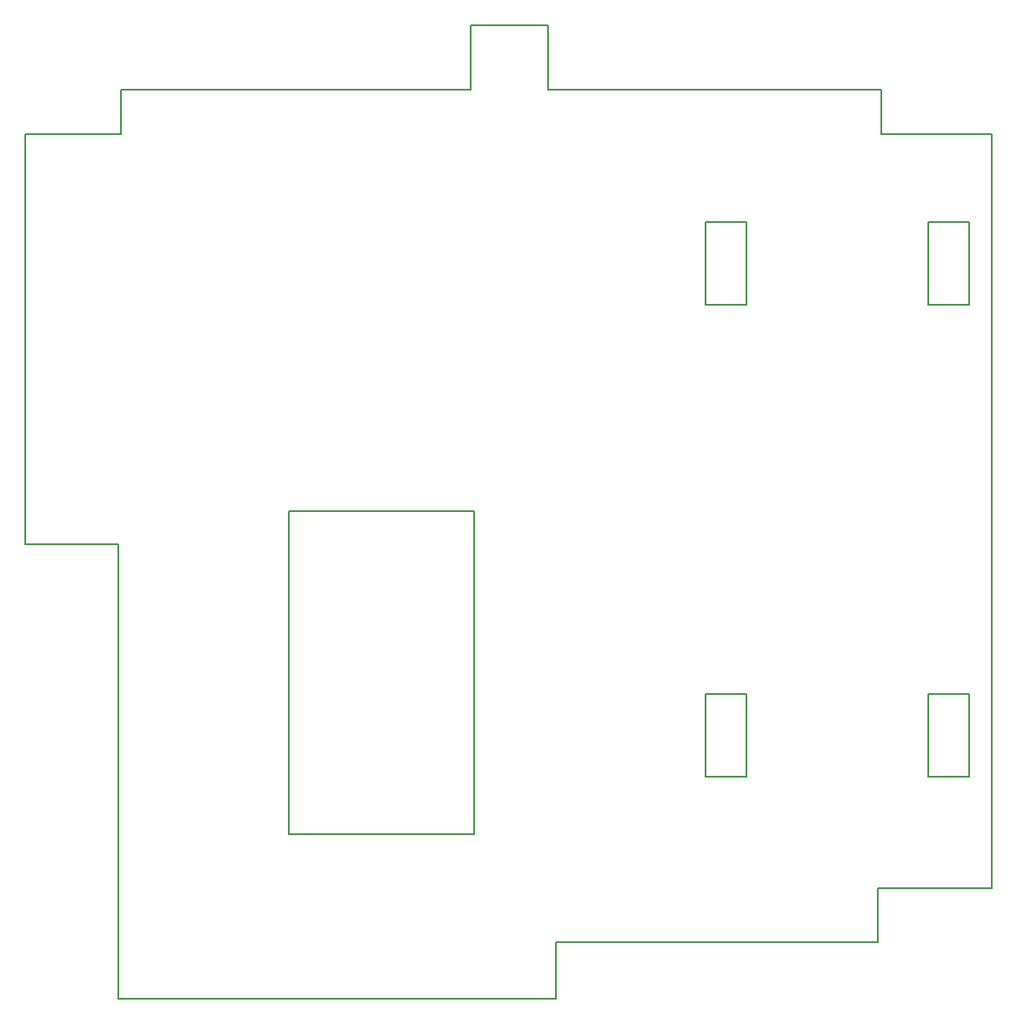
<source format=gbr>
G04 #@! TF.FileFunction,Profile,NP*
%FSLAX46Y46*%
G04 Gerber Fmt 4.6, Leading zero omitted, Abs format (unit mm)*
G04 Created by KiCad (PCBNEW 4.0.2-stable) date Thursday, March 16, 2017 'PMt' 02:05:18 PM*
%MOMM*%
G01*
G04 APERTURE LIST*
%ADD10C,0.100000*%
%ADD11C,0.150000*%
G04 APERTURE END LIST*
D10*
D11*
X165400000Y-127400000D02*
X165400000Y-119400000D01*
X169400000Y-127400000D02*
X165400000Y-127400000D01*
X169400000Y-119400000D02*
X169400000Y-127400000D01*
X165400000Y-119400000D02*
X169400000Y-119400000D01*
X143700000Y-127400000D02*
X143700000Y-119400000D01*
X147700000Y-127400000D02*
X143700000Y-127400000D01*
X147700000Y-119400000D02*
X147700000Y-127400000D01*
X143700000Y-119400000D02*
X147700000Y-119400000D01*
X165400000Y-81500000D02*
X165400000Y-73500000D01*
X169400000Y-81500000D02*
X165400000Y-81500000D01*
X169400000Y-73500000D02*
X169400000Y-81500000D01*
X165400000Y-73500000D02*
X169400000Y-73500000D01*
X143700000Y-81500000D02*
X143700000Y-73500000D01*
X147700000Y-81500000D02*
X143700000Y-81500000D01*
X147700000Y-73500000D02*
X147700000Y-81500000D01*
X143700000Y-73500000D02*
X147700000Y-73500000D01*
X129200000Y-143500000D02*
X160500000Y-143500000D01*
X129200000Y-149000000D02*
X129200000Y-143500000D01*
X128400000Y-54300000D02*
X128400000Y-54400000D01*
X121000000Y-54300000D02*
X128400000Y-54300000D01*
X128400000Y-60600000D02*
X160800000Y-60600000D01*
X128400000Y-54400000D02*
X128400000Y-60600000D01*
X120900000Y-54300000D02*
X121000000Y-54300000D01*
X120900000Y-60600000D02*
X120900000Y-54300000D01*
X86800000Y-60600000D02*
X120900000Y-60600000D01*
X77500000Y-104800000D02*
X77500000Y-64900000D01*
X86600000Y-138200000D02*
X86600000Y-104800000D01*
X77500000Y-104800000D02*
X86600000Y-104800000D01*
X103200000Y-133000000D02*
X103200000Y-101600000D01*
X121200000Y-133000000D02*
X103200000Y-133000000D01*
X121200000Y-101600000D02*
X121200000Y-133000000D01*
X103200000Y-101600000D02*
X121200000Y-101600000D01*
X86800000Y-64900000D02*
X86800000Y-60600000D01*
X77500000Y-64900000D02*
X86800000Y-64900000D01*
X160800000Y-60600000D02*
X160800000Y-64900000D01*
X160800000Y-64900000D02*
X170300000Y-64900000D01*
X170300000Y-64900000D02*
X171600000Y-64900000D01*
X171600000Y-64900000D02*
X171600000Y-138200000D01*
X171600000Y-138200000D02*
X160500000Y-138200000D01*
X160500000Y-138200000D02*
X160500000Y-143500000D01*
X129200000Y-149000000D02*
X86600000Y-149000000D01*
X86600000Y-149000000D02*
X86600000Y-138200000D01*
M02*

</source>
